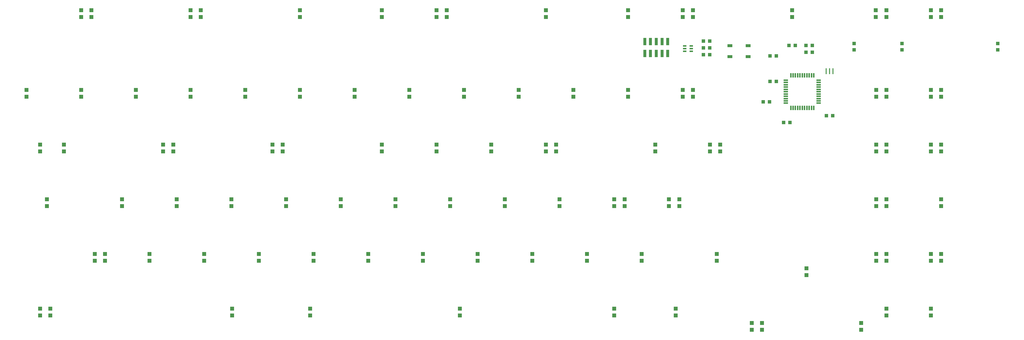
<source format=gbr>
%TF.GenerationSoftware,KiCad,Pcbnew,(5.99.0-9785-ga9f86c6f3d)*%
%TF.CreationDate,2021-09-01T12:36:29-04:00*%
%TF.ProjectId,nt980.dk,6e743938-302e-4646-9b2e-6b696361645f,rev?*%
%TF.SameCoordinates,Original*%
%TF.FileFunction,Paste,Bot*%
%TF.FilePolarity,Positive*%
%FSLAX46Y46*%
G04 Gerber Fmt 4.6, Leading zero omitted, Abs format (unit mm)*
G04 Created by KiCad (PCBNEW (5.99.0-9785-ga9f86c6f3d)) date 2021-09-01 12:36:29*
%MOMM*%
%LPD*%
G01*
G04 APERTURE LIST*
%ADD10R,1.200000X1.250000*%
%ADD11R,1.200000X1.300000*%
%ADD12R,1.700000X1.000000*%
%ADD13R,1.200000X0.600000*%
%ADD14R,1.400000X1.400000*%
%ADD15R,1.000000X2.580000*%
%ADD16R,0.550000X1.500000*%
%ADD17R,1.500000X0.550000*%
%ADD18R,0.400000X2.000000*%
%ADD19R,1.300000X1.200000*%
G04 APERTURE END LIST*
D10*
X276134398Y-42087488D03*
X273934398Y-42087488D03*
X295960979Y-46849992D03*
X298160979Y-46849992D03*
X288817235Y-24823411D03*
X291017235Y-24823411D03*
X278515650Y-26014037D03*
X276315650Y-26014037D03*
D11*
X255332713Y-25670337D03*
X253132713Y-25670337D03*
X285064093Y-22442159D03*
X282864093Y-22442159D03*
D12*
X262359598Y-26307833D03*
X268659598Y-26307833D03*
X262359598Y-22507833D03*
X268659598Y-22507833D03*
D13*
X246550000Y-24450000D03*
X246550000Y-23500000D03*
X246550000Y-22550000D03*
X248850000Y-22550000D03*
X248850000Y-23500000D03*
X248850000Y-24450000D03*
D11*
X281078166Y-49231228D03*
X283278166Y-49231228D03*
D14*
X160139189Y-12510939D03*
X160139189Y-10110939D03*
X316835947Y-12510939D03*
X316835947Y-10110939D03*
X106561027Y-59360939D03*
X106561027Y-56960939D03*
X112514149Y-40310939D03*
X112514149Y-37910939D03*
X17264069Y-40310939D03*
X17264069Y-37910939D03*
X245864261Y-12510939D03*
X245864261Y-10110939D03*
X102989137Y-59360939D03*
X102989137Y-56960939D03*
X249436135Y-40310891D03*
X249436135Y-37910891D03*
X335885963Y-12510939D03*
X335885963Y-10110939D03*
X64889105Y-59360939D03*
X64889105Y-56960939D03*
X169664197Y-40310939D03*
X169664197Y-37910939D03*
X30360963Y-59360939D03*
X30360963Y-56960939D03*
X316835947Y-40310939D03*
X316835947Y-37910939D03*
X226814245Y-40310939D03*
X226814245Y-37910939D03*
X55364101Y-40310939D03*
X55364101Y-37910939D03*
X313134638Y-12510939D03*
X313134638Y-10110939D03*
X150614181Y-40310939D03*
X150614181Y-37910939D03*
X93464133Y-40310939D03*
X93464133Y-37910939D03*
X249436147Y-12510939D03*
X249436147Y-10110939D03*
X141089173Y-12510939D03*
X141089173Y-10110939D03*
X188714213Y-40310939D03*
X188714213Y-37910939D03*
X74414117Y-40310939D03*
X74414117Y-37910939D03*
X283964293Y-12510939D03*
X283964293Y-10110939D03*
X313264069Y-40310939D03*
X313264069Y-37910939D03*
X207764229Y-40310939D03*
X207764229Y-37910939D03*
X22026569Y-59360939D03*
X22026569Y-56960939D03*
X245864251Y-40310891D03*
X245864251Y-37910891D03*
X131564165Y-40310939D03*
X131564165Y-37910939D03*
X226814245Y-12510939D03*
X226814245Y-10110939D03*
X36314085Y-40310939D03*
X36314085Y-37910939D03*
X163711075Y-12510939D03*
X163711075Y-10110939D03*
X332314085Y-12510939D03*
X332314085Y-10110939D03*
X335885963Y-40310939D03*
X335885963Y-37910939D03*
X316835931Y-116510939D03*
X316835931Y-114110939D03*
X88904500Y-116510939D03*
X88904500Y-114110939D03*
X22031569Y-116510939D03*
X22031569Y-114110939D03*
X308014101Y-121510939D03*
X308014101Y-119110939D03*
X332314085Y-97460971D03*
X332314085Y-95060971D03*
X25598431Y-116510939D03*
X25598431Y-114110939D03*
X335885947Y-97460939D03*
X335885947Y-95060939D03*
X222051569Y-116510939D03*
X222051569Y-114110939D03*
X116063431Y-116510939D03*
X116063431Y-114110939D03*
X313264069Y-97460971D03*
X313264069Y-95060971D03*
X231576745Y-97460971D03*
X231576745Y-95060971D03*
X174426697Y-97460971D03*
X174426697Y-95060971D03*
X136326665Y-97460971D03*
X136326665Y-95060971D03*
X117276649Y-97460971D03*
X117276649Y-95060971D03*
X60126601Y-97460971D03*
X60126601Y-95060971D03*
X316835947Y-78410955D03*
X316835947Y-76010955D03*
X107751641Y-78410955D03*
X107751641Y-76010955D03*
X222051737Y-78410955D03*
X222051737Y-76010955D03*
X203001721Y-78410955D03*
X203001721Y-76010955D03*
X236339149Y-59360939D03*
X236339149Y-56960939D03*
X69651609Y-78410955D03*
X69651609Y-76010955D03*
X164901689Y-78410955D03*
X164901689Y-76010955D03*
X145851673Y-78410955D03*
X145851673Y-76010955D03*
X141089169Y-59360939D03*
X141089169Y-56960939D03*
X335885963Y-59360939D03*
X335885963Y-56960939D03*
X44648463Y-97460971D03*
X44648463Y-95060971D03*
X183951705Y-78410955D03*
X183951705Y-76010955D03*
X332314069Y-116510939D03*
X332314069Y-114110939D03*
X257770319Y-97460939D03*
X257770319Y-95060939D03*
X193476713Y-97460971D03*
X193476713Y-95060971D03*
X241101569Y-78410955D03*
X241101569Y-76010955D03*
X155376681Y-97460971D03*
X155376681Y-95060971D03*
X316835947Y-59360939D03*
X316835947Y-56960939D03*
X198239229Y-59360939D03*
X198239229Y-56960939D03*
X160139185Y-59360939D03*
X160139185Y-56960939D03*
X98226633Y-97460971D03*
X98226633Y-95060971D03*
X24407821Y-78410955D03*
X24407821Y-76010955D03*
X332314085Y-59360939D03*
X332314085Y-56960939D03*
X258960947Y-59360939D03*
X258960947Y-56960939D03*
X88701625Y-78410955D03*
X88701625Y-76010955D03*
X313264069Y-78410955D03*
X313264069Y-76010955D03*
X179189201Y-59360939D03*
X179189201Y-56960939D03*
X316835947Y-97460971D03*
X316835947Y-95060971D03*
X288964085Y-102460923D03*
X288964085Y-100060923D03*
X212526729Y-97460971D03*
X212526729Y-95060971D03*
X126801657Y-78410955D03*
X126801657Y-76010955D03*
X201811095Y-59360939D03*
X201811095Y-56960939D03*
X79176617Y-97460971D03*
X79176617Y-95060971D03*
X335885931Y-78410939D03*
X335885931Y-76010939D03*
X225623615Y-78410955D03*
X225623615Y-76010955D03*
X50601593Y-78410955D03*
X50601593Y-76010955D03*
X112514149Y-12510939D03*
X112514149Y-10110939D03*
X36314085Y-12510939D03*
X36314085Y-10110939D03*
X77985995Y-12510939D03*
X77985995Y-10110939D03*
X74414117Y-12510939D03*
X74414117Y-10110939D03*
X39885963Y-12510939D03*
X39885963Y-10110939D03*
D15*
X240675000Y-25210000D03*
X240675000Y-21040000D03*
X238675000Y-25210000D03*
X238675000Y-21040000D03*
X236675000Y-25210000D03*
X236675000Y-21040000D03*
X234675000Y-25210000D03*
X234675000Y-21040000D03*
X232675000Y-25210000D03*
X232675000Y-21040000D03*
D11*
X255332713Y-20907833D03*
X253132713Y-20907833D03*
D14*
X198239221Y-12510939D03*
X198239221Y-10110939D03*
X244673631Y-78410955D03*
X244673631Y-76010955D03*
X41076585Y-97460971D03*
X41076585Y-95060971D03*
D16*
X283535983Y-32815610D03*
X284335983Y-32815610D03*
X285135983Y-32815610D03*
X285935983Y-32815610D03*
X286735983Y-32815610D03*
X287535983Y-32815610D03*
X288335983Y-32815610D03*
X289135983Y-32815610D03*
X289935983Y-32815610D03*
X290735983Y-32815610D03*
X291535983Y-32815610D03*
D17*
X293235983Y-34515610D03*
X293235983Y-35315610D03*
X293235983Y-36115610D03*
X293235983Y-36915610D03*
X293235983Y-37715610D03*
X293235983Y-38515610D03*
X293235983Y-39315610D03*
X293235983Y-40115610D03*
X293235983Y-40915610D03*
X293235983Y-41715610D03*
X293235983Y-42515610D03*
D16*
X291535983Y-44215610D03*
X290735983Y-44215610D03*
X289935983Y-44215610D03*
X289135983Y-44215610D03*
X288335983Y-44215610D03*
X287535983Y-44215610D03*
X286735983Y-44215610D03*
X285935983Y-44215610D03*
X285135983Y-44215610D03*
X284335983Y-44215610D03*
X283535983Y-44215610D03*
D17*
X281835983Y-42515610D03*
X281835983Y-41715610D03*
X281835983Y-40915610D03*
X281835983Y-40115610D03*
X281835983Y-39315610D03*
X281835983Y-38515610D03*
X281835983Y-37715610D03*
X281835983Y-36915610D03*
X281835983Y-36115610D03*
X281835983Y-35315610D03*
X281835983Y-34515610D03*
D14*
X269914069Y-121510939D03*
X269914069Y-119110939D03*
X273485931Y-121510939D03*
X273485931Y-119110939D03*
X313264069Y-59360939D03*
X313264069Y-56960939D03*
X332314085Y-40310939D03*
X332314085Y-37910939D03*
X68460983Y-59360939D03*
X68460983Y-56960939D03*
X168244250Y-116510939D03*
X168244250Y-114110939D03*
X243482819Y-116510939D03*
X243482819Y-114110939D03*
D18*
X298260991Y-31371838D03*
X295860991Y-31371838D03*
X297060991Y-31371838D03*
D19*
X305614045Y-21709374D03*
X305614045Y-23909374D03*
X322285955Y-21709374D03*
X322285955Y-23909374D03*
X355620337Y-21709374D03*
X355620337Y-23909374D03*
D10*
X288817235Y-22442159D03*
X291017235Y-22442159D03*
D14*
X255389069Y-59360939D03*
X255389069Y-56960939D03*
D10*
X278515662Y-34943732D03*
X276315662Y-34943732D03*
D11*
X255332713Y-23289085D03*
X253132713Y-23289085D03*
M02*

</source>
